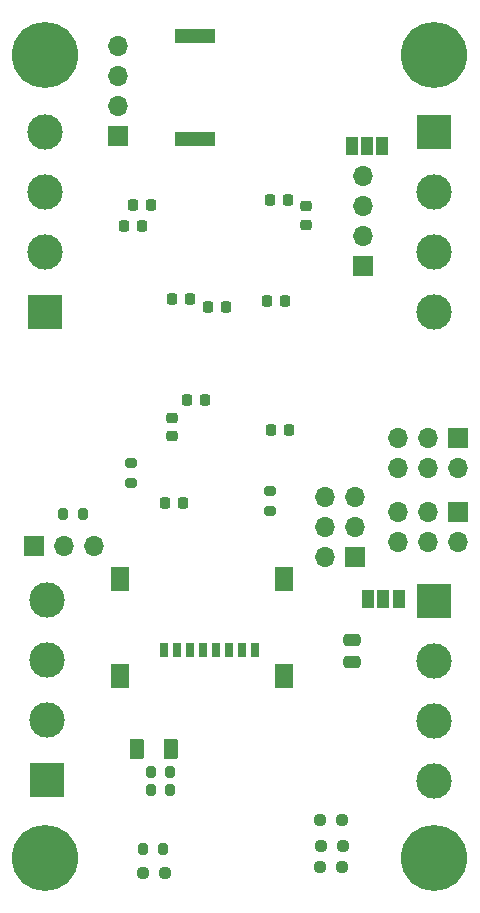
<source format=gbr>
%TF.GenerationSoftware,KiCad,Pcbnew,7.0.5*%
%TF.CreationDate,2023-08-09T18:59:09-07:00*%
%TF.ProjectId,lyra r1,6c797261-2072-4312-9e6b-696361645f70,rev?*%
%TF.SameCoordinates,Original*%
%TF.FileFunction,Soldermask,Bot*%
%TF.FilePolarity,Negative*%
%FSLAX46Y46*%
G04 Gerber Fmt 4.6, Leading zero omitted, Abs format (unit mm)*
G04 Created by KiCad (PCBNEW 7.0.5) date 2023-08-09 18:59:09*
%MOMM*%
%LPD*%
G01*
G04 APERTURE LIST*
G04 Aperture macros list*
%AMRoundRect*
0 Rectangle with rounded corners*
0 $1 Rounding radius*
0 $2 $3 $4 $5 $6 $7 $8 $9 X,Y pos of 4 corners*
0 Add a 4 corners polygon primitive as box body*
4,1,4,$2,$3,$4,$5,$6,$7,$8,$9,$2,$3,0*
0 Add four circle primitives for the rounded corners*
1,1,$1+$1,$2,$3*
1,1,$1+$1,$4,$5*
1,1,$1+$1,$6,$7*
1,1,$1+$1,$8,$9*
0 Add four rect primitives between the rounded corners*
20,1,$1+$1,$2,$3,$4,$5,0*
20,1,$1+$1,$4,$5,$6,$7,0*
20,1,$1+$1,$6,$7,$8,$9,0*
20,1,$1+$1,$8,$9,$2,$3,0*%
G04 Aperture macros list end*
%ADD10C,5.600000*%
%ADD11R,1.700000X1.700000*%
%ADD12O,1.700000X1.700000*%
%ADD13R,3.000000X3.000000*%
%ADD14C,3.000000*%
%ADD15RoundRect,0.237500X-0.250000X-0.237500X0.250000X-0.237500X0.250000X0.237500X-0.250000X0.237500X0*%
%ADD16RoundRect,0.200000X-0.275000X0.200000X-0.275000X-0.200000X0.275000X-0.200000X0.275000X0.200000X0*%
%ADD17RoundRect,0.225000X-0.225000X-0.250000X0.225000X-0.250000X0.225000X0.250000X-0.225000X0.250000X0*%
%ADD18RoundRect,0.225000X0.225000X0.250000X-0.225000X0.250000X-0.225000X-0.250000X0.225000X-0.250000X0*%
%ADD19RoundRect,0.200000X0.200000X0.275000X-0.200000X0.275000X-0.200000X-0.275000X0.200000X-0.275000X0*%
%ADD20RoundRect,0.200000X-0.200000X-0.275000X0.200000X-0.275000X0.200000X0.275000X-0.200000X0.275000X0*%
%ADD21R,1.000000X1.500000*%
%ADD22RoundRect,0.225000X0.250000X-0.225000X0.250000X0.225000X-0.250000X0.225000X-0.250000X-0.225000X0*%
%ADD23RoundRect,0.225000X-0.250000X0.225000X-0.250000X-0.225000X0.250000X-0.225000X0.250000X0.225000X0*%
%ADD24RoundRect,0.250000X0.375000X0.625000X-0.375000X0.625000X-0.375000X-0.625000X0.375000X-0.625000X0*%
%ADD25R,3.400000X1.300000*%
%ADD26R,1.500000X2.000000*%
%ADD27R,0.800000X1.200000*%
%ADD28RoundRect,0.237500X0.250000X0.237500X-0.250000X0.237500X-0.250000X-0.237500X0.250000X-0.237500X0*%
%ADD29RoundRect,0.250000X-0.475000X0.250000X-0.475000X-0.250000X0.475000X-0.250000X0.475000X0.250000X0*%
G04 APERTURE END LIST*
D10*
%TO.C,H1*%
X128750000Y-86750000D03*
%TD*%
D11*
%TO.C,J6*%
X163790000Y-125460000D03*
D12*
X163790000Y-128000000D03*
X161250000Y-125460000D03*
X161250000Y-128000000D03*
X158710000Y-125460000D03*
X158710000Y-128000000D03*
%TD*%
D11*
%TO.C,J10*%
X127827800Y-128320800D03*
D12*
X130367800Y-128320800D03*
X132907800Y-128320800D03*
%TD*%
D13*
%TO.C,J12*%
X161750000Y-133010000D03*
D14*
X161750000Y-138090000D03*
X161750000Y-143170000D03*
X161750000Y-148250000D03*
%TD*%
D13*
%TO.C,J11*%
X161750000Y-93250000D03*
D14*
X161750000Y-98330000D03*
X161750000Y-103410000D03*
X161750000Y-108490000D03*
%TD*%
D11*
%TO.C,J8*%
X155025000Y-129275000D03*
D12*
X152485000Y-129275000D03*
X155025000Y-126735000D03*
X152485000Y-126735000D03*
X155025000Y-124195000D03*
X152485000Y-124195000D03*
%TD*%
D13*
%TO.C,J5*%
X128750000Y-108490000D03*
D14*
X128750000Y-103410000D03*
X128750000Y-98330000D03*
X128750000Y-93250000D03*
%TD*%
D11*
%TO.C,J4*%
X135000000Y-93620000D03*
D12*
X135000000Y-91080000D03*
X135000000Y-88540000D03*
X135000000Y-86000000D03*
%TD*%
D13*
%TO.C,J3*%
X129000000Y-148120000D03*
D14*
X129000000Y-143040000D03*
X129000000Y-137960000D03*
X129000000Y-132880000D03*
%TD*%
D11*
%TO.C,J2*%
X155750000Y-104620000D03*
D12*
X155750000Y-102080000D03*
X155750000Y-99540000D03*
X155750000Y-97000000D03*
%TD*%
D10*
%TO.C,H4*%
X161750000Y-154750000D03*
%TD*%
%TO.C,H2*%
X161750000Y-86750000D03*
%TD*%
D11*
%TO.C,J7*%
X163775000Y-119210000D03*
D12*
X163775000Y-121750000D03*
X161235000Y-119210000D03*
X161235000Y-121750000D03*
X158695000Y-119210000D03*
X158695000Y-121750000D03*
%TD*%
D10*
%TO.C,H3*%
X128750000Y-154750000D03*
%TD*%
D15*
%TO.C,R3*%
X152175000Y-153750000D03*
X154000000Y-153750000D03*
%TD*%
D16*
%TO.C,R11*%
X136042400Y-121298200D03*
X136042400Y-122948200D03*
%TD*%
D17*
%TO.C,C22*%
X139560000Y-107442000D03*
X141110000Y-107442000D03*
%TD*%
D18*
%TO.C,C6*%
X137020600Y-101193600D03*
X135470600Y-101193600D03*
%TD*%
D19*
%TO.C,R1*%
X138750000Y-154000000D03*
X137100000Y-154000000D03*
%TD*%
D20*
%TO.C,R14*%
X137732000Y-147471000D03*
X139382000Y-147471000D03*
%TD*%
D18*
%TO.C,C8*%
X149365000Y-99060000D03*
X147815000Y-99060000D03*
%TD*%
D17*
%TO.C,C20*%
X147942000Y-118491000D03*
X149492000Y-118491000D03*
%TD*%
D15*
%TO.C,R5*%
X137087500Y-156000000D03*
X138912500Y-156000000D03*
%TD*%
D19*
%TO.C,R13*%
X139382000Y-148971000D03*
X137732000Y-148971000D03*
%TD*%
D21*
%TO.C,JP2*%
X157357600Y-94488000D03*
X156057600Y-94488000D03*
X154757600Y-94488000D03*
%TD*%
D17*
%TO.C,C5*%
X136225000Y-99466400D03*
X137775000Y-99466400D03*
%TD*%
%TO.C,C14*%
X140830000Y-115951000D03*
X142380000Y-115951000D03*
%TD*%
D19*
%TO.C,R19*%
X131990600Y-125628400D03*
X130340600Y-125628400D03*
%TD*%
D22*
%TO.C,C21*%
X139573000Y-119012000D03*
X139573000Y-117462000D03*
%TD*%
D17*
%TO.C,C10*%
X138925000Y-124714000D03*
X140475000Y-124714000D03*
%TD*%
D18*
%TO.C,C17*%
X149111000Y-107569000D03*
X147561000Y-107569000D03*
%TD*%
D23*
%TO.C,C7*%
X150876000Y-99555000D03*
X150876000Y-101105000D03*
%TD*%
D24*
%TO.C,F2*%
X139423600Y-145491200D03*
X136623600Y-145491200D03*
%TD*%
D25*
%TO.C,LS1*%
X141500000Y-93850000D03*
X141500000Y-85150000D03*
%TD*%
D26*
%TO.C,J9*%
X149058000Y-139318000D03*
X135168000Y-139318000D03*
X135168000Y-131118000D03*
X149058000Y-131118000D03*
D27*
X138888000Y-137118000D03*
X139988000Y-137118000D03*
X141088000Y-137118000D03*
X142188000Y-137118000D03*
X143288000Y-137118000D03*
X144388000Y-137118000D03*
X145488000Y-137118000D03*
X146588000Y-137118000D03*
%TD*%
D28*
%TO.C,R6*%
X153912500Y-151500000D03*
X152087500Y-151500000D03*
%TD*%
%TO.C,R4*%
X153912500Y-155500000D03*
X152087500Y-155500000D03*
%TD*%
D16*
%TO.C,R7*%
X147828000Y-123675000D03*
X147828000Y-125325000D03*
%TD*%
D21*
%TO.C,JP4*%
X158729200Y-132801100D03*
X157429200Y-132801100D03*
X156129200Y-132801100D03*
%TD*%
D17*
%TO.C,C13*%
X142608000Y-108077000D03*
X144158000Y-108077000D03*
%TD*%
D29*
%TO.C,C15*%
X154787600Y-136260800D03*
X154787600Y-138160800D03*
%TD*%
M02*

</source>
